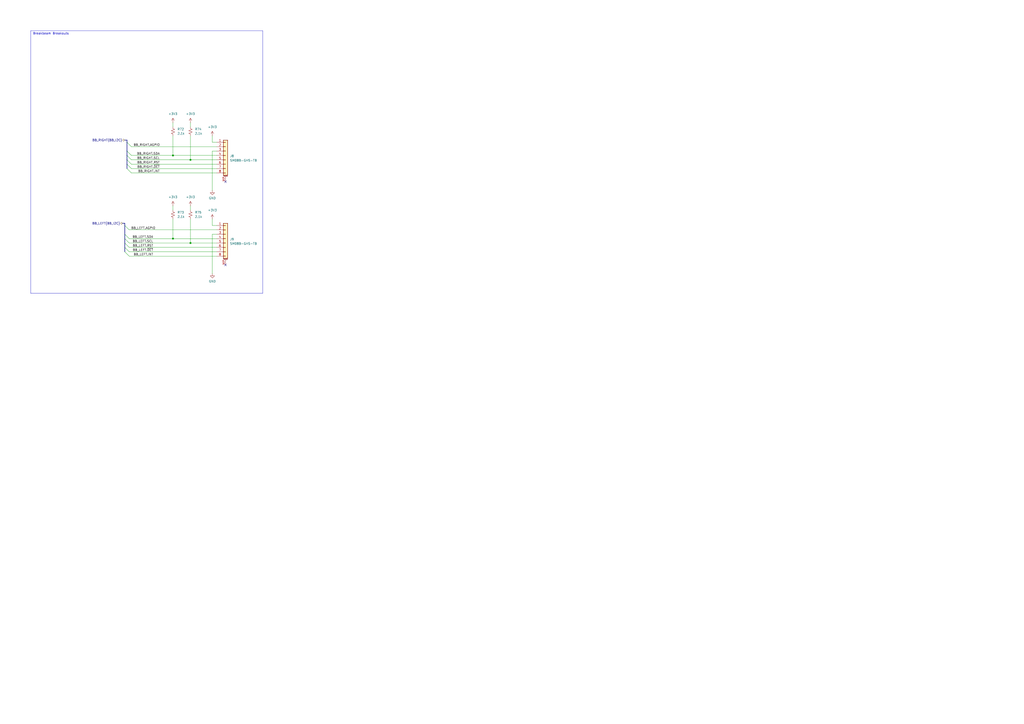
<source format=kicad_sch>
(kicad_sch (version 20231120) (generator "eeschema") (generator_version "8.0")
  (paper "A2")
  (title_block (title "Kicker") (date "2024-12-04") (rev "4.0") (company "The A-Team (RC SSL)") (comment 1 "W. Stuckey"))
  (lib_symbols
    (symbol "Connector_Generic_MountingPin:Conn_01x08_MountingPin" (pin_names (offset 1.016) hide)
      (property "Reference" "J" (at 0 10.16 0))
      (property "Value" "Conn_01x08_MountingPin" (at 1.27 -12.7 0))
      (symbol "Conn_01x08_MountingPin_1_1"
        (rectangle (start -1.27 -10.033) (end 0 -10.287) (stroke (width 0.1524)))
        (rectangle (start -1.27 -7.493) (end 0 -7.747) (stroke (width 0.1524)))
        (rectangle (start -1.27 -4.953) (end 0 -5.207) (stroke (width 0.1524)))
        (rectangle (start -1.27 -2.413) (end 0 -2.667) (stroke (width 0.1524)))
        (rectangle (start -1.27 0.127) (end 0 -0.127) (stroke (width 0.1524)))
        (rectangle (start -1.27 2.667) (end 0 2.413) (stroke (width 0.1524)))
        (rectangle (start -1.27 5.207) (end 0 4.953) (stroke (width 0.1524)))
        (rectangle (start -1.27 7.747) (end 0 7.493) (stroke (width 0.1524)))
        (rectangle (start -1.27 8.89) (end 1.27 -11.43) (stroke (width 0.254)) (fill (type background)))
        (polyline (pts (xy -1.016 -12.192) (xy 1.016 -12.192)) (stroke (width 0.1524)))
        (text "Mounting" (at 0 -11.811 0) (effects (font (size 0.381 0.381))))
        (pin passive line (at -5.08 7.62 0) (length 3.81) (name "Pin_1") (number "1"))
        (pin passive line (at -5.08 5.08 0) (length 3.81) (name "Pin_2") (number "2"))
        (pin passive line (at -5.08 2.54 0) (length 3.81) (name "Pin_3") (number "3"))
        (pin passive line (at -5.08 0 0) (length 3.81) (name "Pin_4") (number "4"))
        (pin passive line (at -5.08 -2.54 0) (length 3.81) (name "Pin_5") (number "5"))
        (pin passive line (at -5.08 -5.08 0) (length 3.81) (name "Pin_6") (number "6"))
        (pin passive line (at -5.08 -7.62 0) (length 3.81) (name "Pin_7") (number "7"))
        (pin passive line (at -5.08 -10.16 0) (length 3.81) (name "Pin_8") (number "8"))
        (pin passive line (at 0 -15.24 90) (length 3.048) (name "MountPin") (number "MP"))
      )
    )
    (symbol "Device:R_Small_US" (pin_numbers hide) (pin_names (offset 0.254) hide)
      (property "Reference" "R" (at 0.762 0.508 0))
      (property "Value" "R_Small_US" (at 0.762 -1.016 0))
      (symbol "R_Small_US_1_1"
        (polyline (pts (xy 0 0) (xy 1.016 -0.381) (xy 0 -0.762) (xy -1.016 -1.143) (xy 0 -1.524)))
        (polyline (pts (xy 0 1.524) (xy 1.016 1.143) (xy 0 0.762) (xy -1.016 0.381) (xy 0 0)))
        (pin passive line (at 0 2.54 270) (length 1.016) (name "~") (number "1"))
        (pin passive line (at 0 -2.54 90) (length 1.016) (name "~") (number "2"))
      )
    )
    (symbol "power:+3V3" (power) (pin_numbers hide) (pin_names (offset 0) hide)
      (property "Value" "+3V3" (at 0 3.556 0))
      (symbol "+3V3_0_1"
        (polyline (pts (xy -0.762 1.27) (xy 0 2.54)))
        (polyline (pts (xy 0 0) (xy 0 2.54)))
        (polyline (pts (xy 0 2.54) (xy 0.762 1.27)))
      )
      (symbol "+3V3_1_1"
        (pin power_in line (at 0 0 90) (length 0) (name "~") (number "1"))
      )
    )
    (symbol "power:GND" (power) (pin_numbers hide) (pin_names (offset 0) hide)
      (property "Value" "GND" (at 0 -3.81 0))
      (symbol "GND_0_1"
        (polyline (pts (xy 0 0) (xy 0 -1.27) (xy 1.27 -1.27) (xy 0 -2.54) (xy -1.27 -1.27) (xy 0 -1.27)))
      )
      (symbol "GND_1_1"
        (pin power_in line (at 0 0 270) (length 0) (name "~") (number "1"))
      )
    )
  )
  (junction (at 110.49 140.97))
  (junction (at 110.49 92.71))
  (junction (at 100.33 90.17))
  (junction (at 100.33 138.43))
  (no_connect (at 130.81 153.67))
  (no_connect (at 130.81 105.41))
  (bus_entry (at 72.39 143.51) (size 2.54 2.54))
  (bus_entry (at 72.39 130.81) (size 2.54 2.54))
  (bus_entry (at 73.66 87.63) (size 2.54 2.54))
  (bus_entry (at 72.39 138.43) (size 2.54 2.54))
  (bus_entry (at 73.66 92.71) (size 2.54 2.54))
  (bus_entry (at 73.66 95.25) (size 2.54 2.54))
  (bus_entry (at 72.39 135.89) (size 2.54 2.54))
  (bus_entry (at 73.66 82.55) (size 2.54 2.54))
  (bus_entry (at 73.66 90.17) (size 2.54 2.54))
  (bus_entry (at 72.39 146.05) (size 2.54 2.54))
  (bus_entry (at 72.39 140.97) (size 2.54 2.54))
  (bus_entry (at 73.66 97.79) (size 2.54 2.54))
  (polyline (pts (xy 152.4 17.78) (xy 152.4 170.18)))
  (wire (pts (xy 110.49 140.97) (xy 125.73 140.97)))
  (wire (pts (xy 74.93 133.35) (xy 125.73 133.35)))
  (wire (pts (xy 123.19 135.89) (xy 125.73 135.89)))
  (wire (pts (xy 123.19 87.63) (xy 123.19 110.49)))
  (wire (pts (xy 123.19 87.63) (xy 125.73 87.63)))
  (bus (pts (xy 72.39 81.28) (xy 73.66 81.28)))
  (wire (pts (xy 74.93 146.05) (xy 125.73 146.05)))
  (bus (pts (xy 73.66 81.28) (xy 73.66 82.55)))
  (wire (pts (xy 123.19 127) (xy 123.19 130.81)))
  (wire (pts (xy 110.49 71.12) (xy 110.49 73.66)))
  (polyline (pts (xy 17.78 17.78) (xy 152.4 17.78)))
  (wire (pts (xy 76.2 85.09) (xy 125.73 85.09)))
  (wire (pts (xy 100.33 78.74) (xy 100.33 90.17)))
  (wire (pts (xy 100.33 71.12) (xy 100.33 73.66)))
  (wire (pts (xy 76.2 100.33) (xy 125.73 100.33)))
  (wire (pts (xy 110.49 119.38) (xy 110.49 121.92)))
  (bus (pts (xy 71.12 129.54) (xy 72.39 129.54)))
  (bus (pts (xy 73.66 95.25) (xy 73.66 97.79)))
  (wire (pts (xy 74.93 143.51) (xy 125.73 143.51)))
  (wire (pts (xy 100.33 119.38) (xy 100.33 121.92)))
  (bus (pts (xy 73.66 90.17) (xy 73.66 92.71)))
  (bus (pts (xy 72.39 143.51) (xy 72.39 146.05)))
  (polyline (pts (xy 17.78 17.78) (xy 17.78 170.18)))
  (wire (pts (xy 123.19 130.81) (xy 125.73 130.81)))
  (wire (pts (xy 123.19 82.55) (xy 125.73 82.55)))
  (wire (pts (xy 110.49 78.74) (xy 110.49 92.71)))
  (wire (pts (xy 76.2 97.79) (xy 125.73 97.79)))
  (wire (pts (xy 123.19 158.75) (xy 123.19 135.89)))
  (wire (pts (xy 110.49 92.71) (xy 125.73 92.71)))
  (wire (pts (xy 74.93 148.59) (xy 125.73 148.59)))
  (wire (pts (xy 76.2 92.71) (xy 110.49 92.71)))
  (bus (pts (xy 73.66 87.63) (xy 73.66 90.17)))
  (bus (pts (xy 72.39 130.81) (xy 72.39 135.89)))
  (wire (pts (xy 76.2 90.17) (xy 100.33 90.17)))
  (wire (pts (xy 100.33 90.17) (xy 125.73 90.17)))
  (bus (pts (xy 73.66 92.71) (xy 73.66 95.25)))
  (bus (pts (xy 73.66 82.55) (xy 73.66 87.63)))
  (bus (pts (xy 72.39 129.54) (xy 72.39 130.81)))
  (wire (pts (xy 123.19 78.74) (xy 123.19 82.55)))
  (wire (pts (xy 100.33 138.43) (xy 125.73 138.43)))
  (polyline (pts (xy 152.4 170.18) (xy 17.78 170.18)))
  (wire (pts (xy 74.93 140.97) (xy 110.49 140.97)))
  (bus (pts (xy 72.39 140.97) (xy 72.39 143.51)))
  (wire (pts (xy 74.93 138.43) (xy 100.33 138.43)))
  (wire (pts (xy 76.2 95.25) (xy 125.73 95.25)))
  (wire (pts (xy 110.49 127) (xy 110.49 140.97)))
  (wire (pts (xy 100.33 127) (xy 100.33 138.43)))
  (bus (pts (xy 72.39 135.89) (xy 72.39 138.43)))
  (bus (pts (xy 72.39 138.43) (xy 72.39 140.97)))
  (text "Breakbeam Breakouts" (at 19.05 20.32 0) (effects (font (size 1.27 1.27)) (justify left bottom)))
  (label "BB_LEFT.AGPIO" (at 90.17 133.35 180))
  (label "BB_RIGHT.AGPIO" (at 92.71 85.09 180))
  (label "BB_RIGHT.INT" (at 92.71 100.33 180))
  (label "BB_RIGHT.SCL" (at 92.71 92.71 180))
  (label "BB_LEFT.SDA" (at 88.9 138.43 180))
  (label "BB_LEFT.~{DET}" (at 88.9 146.05 180))
  (label "BB_RIGHT.~{DET}" (at 92.71 97.79 180))
  (label "BB_LEFT.SCL" (at 88.9 140.97 180))
  (label "BB_LEFT.RST" (at 88.9 143.51 180))
  (label "BB_RIGHT.SDA" (at 92.71 90.17 180))
  (label "BB_LEFT.INT" (at 88.9 148.59 180))
  (label "BB_RIGHT.RST" (at 92.71 95.25 180))
  (hierarchical_label "BB_LEFT{BB_I2C}" (shape bidirectional) (at 71.12 129.54 180))
  (hierarchical_label "BB_RIGHT{BB_I2C}" (shape bidirectional) (at 72.39 81.28 180))
  (symbol (lib_id "power:+3V3") (at 110.49 71.12 0) (unit 1)
    (property "Reference" "#PWR0116" (effects (hide yes)))
    (property "Value" "+3V3" (at 110.49 66.04 0))
    (property "Description" "Power symbol creates a global label with name \"+3V3\"" (effects (hide yes)))
  )
  (symbol (lib_id "power:+3V3") (at 100.33 119.38 0) (unit 1)
    (property "Reference" "#PWR0115" (effects (hide yes)))
    (property "Value" "+3V3" (at 100.33 114.3 0))
    (property "Description" "Power symbol creates a global label with name \"+3V3\"" (effects (hide yes)))
  )
  (symbol (lib_id "Device:R_Small_US") (at 100.33 76.2 0) (unit 1)
    (property "Reference" "R72" (at 102.87 74.93 0) (effects (justify left)))
    (property "Value" "2.1k" (at 102.87 77.47 0) (effects (justify left)))
    (property "Footprint" "Resistor_SMD:R_0402_1005Metric" (effects (hide yes)))
    (property "Description" "Resistor, small US symbol" (effects (hide yes)))
    (property "LCSC" "C25877" (effects (hide yes)))
  )
  (symbol (lib_id "power:+3V3") (at 110.49 119.38 0) (unit 1)
    (property "Reference" "#PWR0117" (effects (hide yes)))
    (property "Value" "+3V3" (at 110.49 114.3 0))
    (property "Description" "Power symbol creates a global label with name \"+3V3\"" (effects (hide yes)))
  )
  (symbol (lib_id "Connector_Generic_MountingPin:Conn_01x08_MountingPin") (at 130.81 90.17 0) (unit 1)
    (property "Reference" "J8" (at 133.35 90.5255 0) (effects (justify left)))
    (property "Value" "SM08B-GHS-TB" (at 133.35 93.0655 0) (effects (justify left)))
    (property "Footprint" "Connector_JST:JST_GH_SM08B-GHS-TB_1x08-1MP_P1.25mm_Horizontal" (effects (hide yes)))
    (property "Description" "Generic connectable mounting pin connector, single row, 01x08, script generated (kicad-library-utils/schlib/autogen/connector/)" (effects (hide yes)))
  )
  (symbol (lib_id "Connector_Generic_MountingPin:Conn_01x08_MountingPin") (at 130.81 138.43 0) (unit 1)
    (property "Reference" "J9" (at 133.35 138.7855 0) (effects (justify left)))
    (property "Value" "SM08B-GHS-TB" (at 133.35 141.3255 0) (effects (justify left)))
    (property "Footprint" "Connector_JST:JST_GH_SM08B-GHS-TB_1x08-1MP_P1.25mm_Horizontal" (effects (hide yes)))
    (property "Description" "Generic connectable mounting pin connector, single row, 01x08, script generated (kicad-library-utils/schlib/autogen/connector/)" (effects (hide yes)))
  )
  (symbol (lib_id "power:+3V3") (at 100.33 71.12 0) (unit 1)
    (property "Reference" "#PWR0114" (effects (hide yes)))
    (property "Value" "+3V3" (at 100.33 66.04 0))
    (property "Description" "Power symbol creates a global label with name \"+3V3\"" (effects (hide yes)))
  )
  (symbol (lib_id "Device:R_Small_US") (at 100.33 124.46 0) (unit 1)
    (property "Reference" "R73" (at 102.87 123.19 0) (effects (justify left)))
    (property "Value" "2.1k" (at 102.87 125.73 0) (effects (justify left)))
    (property "Footprint" "Resistor_SMD:R_0402_1005Metric" (effects (hide yes)))
    (property "Description" "Resistor, small US symbol" (effects (hide yes)))
    (property "LCSC" "C25877" (effects (hide yes)))
  )
  (symbol (lib_id "power:+3V3") (at 123.19 127 0) (unit 1)
    (property "Reference" "#PWR0120" (effects (hide yes)))
    (property "Value" "+3V3" (at 123.19 121.92 0))
    (property "Description" "Power symbol creates a global label with name \"+3V3\"" (effects (hide yes)))
  )
  (symbol (lib_id "Device:R_Small_US") (at 110.49 124.46 0) (unit 1)
    (property "Reference" "R75" (at 113.03 123.19 0) (effects (justify left)))
    (property "Value" "2.1k" (at 113.03 125.73 0) (effects (justify left)))
    (property "Footprint" "Resistor_SMD:R_0402_1005Metric" (effects (hide yes)))
    (property "Description" "Resistor, small US symbol" (effects (hide yes)))
    (property "LCSC" "C25877" (effects (hide yes)))
  )
  (symbol (lib_id "power:+3V3") (at 123.19 78.74 0) (unit 1)
    (property "Reference" "#PWR0118" (effects (hide yes)))
    (property "Value" "+3V3" (at 123.19 73.66 0))
    (property "Description" "Power symbol creates a global label with name \"+3V3\"" (effects (hide yes)))
  )
  (symbol (lib_id "Device:R_Small_US") (at 110.49 76.2 0) (unit 1)
    (property "Reference" "R74" (at 113.03 74.93 0) (effects (justify left)))
    (property "Value" "2.1k" (at 113.03 77.47 0) (effects (justify left)))
    (property "Footprint" "Resistor_SMD:R_0402_1005Metric" (effects (hide yes)))
    (property "Description" "Resistor, small US symbol" (effects (hide yes)))
    (property "LCSC" "C25877" (effects (hide yes)))
  )
  (symbol (lib_id "power:GND") (at 123.19 110.49 0) (unit 1)
    (property "Reference" "#PWR0119" (effects (hide yes)))
    (property "Value" "GND" (at 123.19 114.935 0))
    (property "Description" "Power symbol creates a global label with name \"GND\" , ground" (effects (hide yes)))
  )
  (symbol (lib_id "power:GND") (at 123.19 158.75 0) (unit 1)
    (property "Reference" "#PWR0121" (effects (hide yes)))
    (property "Value" "GND" (at 123.19 163.195 0))
    (property "Description" "Power symbol creates a global label with name \"GND\" , ground" (effects (hide yes)))
  )
)
</source>
